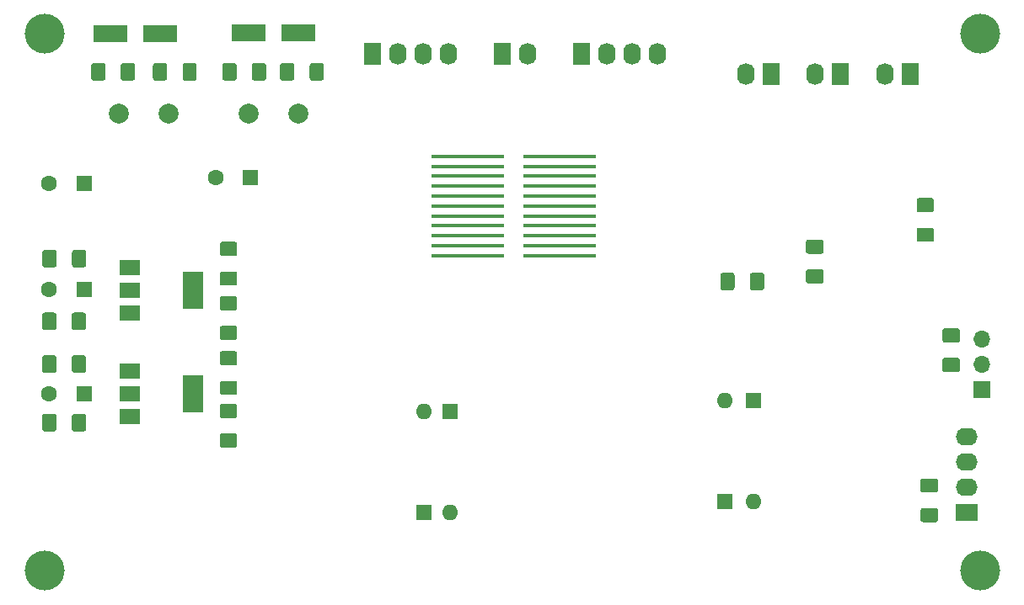
<source format=gbs>
G04 #@! TF.GenerationSoftware,KiCad,Pcbnew,(5.0.0-3-g5ebb6b6)*
G04 #@! TF.CreationDate,2019-01-22T16:43:08+01:00*
G04 #@! TF.ProjectId,Motor_Card,4D6F746F725F436172642E6B69636164,rev?*
G04 #@! TF.SameCoordinates,Original*
G04 #@! TF.FileFunction,Soldermask,Bot*
G04 #@! TF.FilePolarity,Negative*
%FSLAX46Y46*%
G04 Gerber Fmt 4.6, Leading zero omitted, Abs format (unit mm)*
G04 Created by KiCad (PCBNEW (5.0.0-3-g5ebb6b6)) date Tuesday 22 January 2019 à 16:43:08*
%MOMM*%
%LPD*%
G01*
G04 APERTURE LIST*
%ADD10R,2.200000X1.740000*%
%ADD11O,2.200000X1.740000*%
%ADD12C,0.100000*%
%ADD13C,1.425000*%
%ADD14R,3.500000X1.800000*%
%ADD15C,2.000000*%
%ADD16C,1.600000*%
%ADD17R,1.600000X1.600000*%
%ADD18O,1.600000X1.600000*%
%ADD19R,1.740000X2.200000*%
%ADD20O,1.740000X2.200000*%
%ADD21R,1.700000X1.700000*%
%ADD22O,1.700000X1.700000*%
%ADD23R,7.400000X0.450000*%
%ADD24C,4.000000*%
%ADD25R,2.000000X1.500000*%
%ADD26R,2.000000X3.800000*%
G04 APERTURE END LIST*
D10*
G04 #@! TO.C,J2*
X165700000Y-111100000D03*
D11*
X165700000Y-108560000D03*
X165700000Y-106020000D03*
X165700000Y-103480000D03*
G04 #@! TD*
D12*
G04 #@! TO.C,R11*
G36*
X92149504Y-100213704D02*
X92173773Y-100217304D01*
X92197571Y-100223265D01*
X92220671Y-100231530D01*
X92242849Y-100242020D01*
X92263893Y-100254633D01*
X92283598Y-100269247D01*
X92301777Y-100285723D01*
X92318253Y-100303902D01*
X92332867Y-100323607D01*
X92345480Y-100344651D01*
X92355970Y-100366829D01*
X92364235Y-100389929D01*
X92370196Y-100413727D01*
X92373796Y-100437996D01*
X92375000Y-100462500D01*
X92375000Y-101387500D01*
X92373796Y-101412004D01*
X92370196Y-101436273D01*
X92364235Y-101460071D01*
X92355970Y-101483171D01*
X92345480Y-101505349D01*
X92332867Y-101526393D01*
X92318253Y-101546098D01*
X92301777Y-101564277D01*
X92283598Y-101580753D01*
X92263893Y-101595367D01*
X92242849Y-101607980D01*
X92220671Y-101618470D01*
X92197571Y-101626735D01*
X92173773Y-101632696D01*
X92149504Y-101636296D01*
X92125000Y-101637500D01*
X90875000Y-101637500D01*
X90850496Y-101636296D01*
X90826227Y-101632696D01*
X90802429Y-101626735D01*
X90779329Y-101618470D01*
X90757151Y-101607980D01*
X90736107Y-101595367D01*
X90716402Y-101580753D01*
X90698223Y-101564277D01*
X90681747Y-101546098D01*
X90667133Y-101526393D01*
X90654520Y-101505349D01*
X90644030Y-101483171D01*
X90635765Y-101460071D01*
X90629804Y-101436273D01*
X90626204Y-101412004D01*
X90625000Y-101387500D01*
X90625000Y-100462500D01*
X90626204Y-100437996D01*
X90629804Y-100413727D01*
X90635765Y-100389929D01*
X90644030Y-100366829D01*
X90654520Y-100344651D01*
X90667133Y-100323607D01*
X90681747Y-100303902D01*
X90698223Y-100285723D01*
X90716402Y-100269247D01*
X90736107Y-100254633D01*
X90757151Y-100242020D01*
X90779329Y-100231530D01*
X90802429Y-100223265D01*
X90826227Y-100217304D01*
X90850496Y-100213704D01*
X90875000Y-100212500D01*
X92125000Y-100212500D01*
X92149504Y-100213704D01*
X92149504Y-100213704D01*
G37*
D13*
X91500000Y-100925000D03*
D12*
G36*
X92149504Y-103188704D02*
X92173773Y-103192304D01*
X92197571Y-103198265D01*
X92220671Y-103206530D01*
X92242849Y-103217020D01*
X92263893Y-103229633D01*
X92283598Y-103244247D01*
X92301777Y-103260723D01*
X92318253Y-103278902D01*
X92332867Y-103298607D01*
X92345480Y-103319651D01*
X92355970Y-103341829D01*
X92364235Y-103364929D01*
X92370196Y-103388727D01*
X92373796Y-103412996D01*
X92375000Y-103437500D01*
X92375000Y-104362500D01*
X92373796Y-104387004D01*
X92370196Y-104411273D01*
X92364235Y-104435071D01*
X92355970Y-104458171D01*
X92345480Y-104480349D01*
X92332867Y-104501393D01*
X92318253Y-104521098D01*
X92301777Y-104539277D01*
X92283598Y-104555753D01*
X92263893Y-104570367D01*
X92242849Y-104582980D01*
X92220671Y-104593470D01*
X92197571Y-104601735D01*
X92173773Y-104607696D01*
X92149504Y-104611296D01*
X92125000Y-104612500D01*
X90875000Y-104612500D01*
X90850496Y-104611296D01*
X90826227Y-104607696D01*
X90802429Y-104601735D01*
X90779329Y-104593470D01*
X90757151Y-104582980D01*
X90736107Y-104570367D01*
X90716402Y-104555753D01*
X90698223Y-104539277D01*
X90681747Y-104521098D01*
X90667133Y-104501393D01*
X90654520Y-104480349D01*
X90644030Y-104458171D01*
X90635765Y-104435071D01*
X90629804Y-104411273D01*
X90626204Y-104387004D01*
X90625000Y-104362500D01*
X90625000Y-103437500D01*
X90626204Y-103412996D01*
X90629804Y-103388727D01*
X90635765Y-103364929D01*
X90644030Y-103341829D01*
X90654520Y-103319651D01*
X90667133Y-103298607D01*
X90681747Y-103278902D01*
X90698223Y-103260723D01*
X90716402Y-103244247D01*
X90736107Y-103229633D01*
X90757151Y-103217020D01*
X90779329Y-103206530D01*
X90802429Y-103198265D01*
X90826227Y-103192304D01*
X90850496Y-103188704D01*
X90875000Y-103187500D01*
X92125000Y-103187500D01*
X92149504Y-103188704D01*
X92149504Y-103188704D01*
G37*
D13*
X91500000Y-103900000D03*
G04 #@! TD*
D14*
G04 #@! TO.C,D7*
X84600000Y-63000000D03*
X79600000Y-63000000D03*
G04 #@! TD*
D15*
G04 #@! TO.C,U11*
X93500000Y-71000000D03*
X98500000Y-71000000D03*
G04 #@! TD*
G04 #@! TO.C,U12*
X80500000Y-71000000D03*
X85500000Y-71000000D03*
G04 #@! TD*
D12*
G04 #@! TO.C,C2*
G36*
X162549504Y-110688704D02*
X162573773Y-110692304D01*
X162597571Y-110698265D01*
X162620671Y-110706530D01*
X162642849Y-110717020D01*
X162663893Y-110729633D01*
X162683598Y-110744247D01*
X162701777Y-110760723D01*
X162718253Y-110778902D01*
X162732867Y-110798607D01*
X162745480Y-110819651D01*
X162755970Y-110841829D01*
X162764235Y-110864929D01*
X162770196Y-110888727D01*
X162773796Y-110912996D01*
X162775000Y-110937500D01*
X162775000Y-111862500D01*
X162773796Y-111887004D01*
X162770196Y-111911273D01*
X162764235Y-111935071D01*
X162755970Y-111958171D01*
X162745480Y-111980349D01*
X162732867Y-112001393D01*
X162718253Y-112021098D01*
X162701777Y-112039277D01*
X162683598Y-112055753D01*
X162663893Y-112070367D01*
X162642849Y-112082980D01*
X162620671Y-112093470D01*
X162597571Y-112101735D01*
X162573773Y-112107696D01*
X162549504Y-112111296D01*
X162525000Y-112112500D01*
X161275000Y-112112500D01*
X161250496Y-112111296D01*
X161226227Y-112107696D01*
X161202429Y-112101735D01*
X161179329Y-112093470D01*
X161157151Y-112082980D01*
X161136107Y-112070367D01*
X161116402Y-112055753D01*
X161098223Y-112039277D01*
X161081747Y-112021098D01*
X161067133Y-112001393D01*
X161054520Y-111980349D01*
X161044030Y-111958171D01*
X161035765Y-111935071D01*
X161029804Y-111911273D01*
X161026204Y-111887004D01*
X161025000Y-111862500D01*
X161025000Y-110937500D01*
X161026204Y-110912996D01*
X161029804Y-110888727D01*
X161035765Y-110864929D01*
X161044030Y-110841829D01*
X161054520Y-110819651D01*
X161067133Y-110798607D01*
X161081747Y-110778902D01*
X161098223Y-110760723D01*
X161116402Y-110744247D01*
X161136107Y-110729633D01*
X161157151Y-110717020D01*
X161179329Y-110706530D01*
X161202429Y-110698265D01*
X161226227Y-110692304D01*
X161250496Y-110688704D01*
X161275000Y-110687500D01*
X162525000Y-110687500D01*
X162549504Y-110688704D01*
X162549504Y-110688704D01*
G37*
D13*
X161900000Y-111400000D03*
D12*
G36*
X162549504Y-107713704D02*
X162573773Y-107717304D01*
X162597571Y-107723265D01*
X162620671Y-107731530D01*
X162642849Y-107742020D01*
X162663893Y-107754633D01*
X162683598Y-107769247D01*
X162701777Y-107785723D01*
X162718253Y-107803902D01*
X162732867Y-107823607D01*
X162745480Y-107844651D01*
X162755970Y-107866829D01*
X162764235Y-107889929D01*
X162770196Y-107913727D01*
X162773796Y-107937996D01*
X162775000Y-107962500D01*
X162775000Y-108887500D01*
X162773796Y-108912004D01*
X162770196Y-108936273D01*
X162764235Y-108960071D01*
X162755970Y-108983171D01*
X162745480Y-109005349D01*
X162732867Y-109026393D01*
X162718253Y-109046098D01*
X162701777Y-109064277D01*
X162683598Y-109080753D01*
X162663893Y-109095367D01*
X162642849Y-109107980D01*
X162620671Y-109118470D01*
X162597571Y-109126735D01*
X162573773Y-109132696D01*
X162549504Y-109136296D01*
X162525000Y-109137500D01*
X161275000Y-109137500D01*
X161250496Y-109136296D01*
X161226227Y-109132696D01*
X161202429Y-109126735D01*
X161179329Y-109118470D01*
X161157151Y-109107980D01*
X161136107Y-109095367D01*
X161116402Y-109080753D01*
X161098223Y-109064277D01*
X161081747Y-109046098D01*
X161067133Y-109026393D01*
X161054520Y-109005349D01*
X161044030Y-108983171D01*
X161035765Y-108960071D01*
X161029804Y-108936273D01*
X161026204Y-108912004D01*
X161025000Y-108887500D01*
X161025000Y-107962500D01*
X161026204Y-107937996D01*
X161029804Y-107913727D01*
X161035765Y-107889929D01*
X161044030Y-107866829D01*
X161054520Y-107844651D01*
X161067133Y-107823607D01*
X161081747Y-107803902D01*
X161098223Y-107785723D01*
X161116402Y-107769247D01*
X161136107Y-107754633D01*
X161157151Y-107742020D01*
X161179329Y-107731530D01*
X161202429Y-107723265D01*
X161226227Y-107717304D01*
X161250496Y-107713704D01*
X161275000Y-107712500D01*
X162525000Y-107712500D01*
X162549504Y-107713704D01*
X162549504Y-107713704D01*
G37*
D13*
X161900000Y-108425000D03*
G04 #@! TD*
D16*
G04 #@! TO.C,C3*
X90200000Y-77400000D03*
D17*
X93700000Y-77400000D03*
G04 #@! TD*
G04 #@! TO.C,C4*
X77000000Y-78000000D03*
D16*
X73500000Y-78000000D03*
G04 #@! TD*
D12*
G04 #@! TO.C,C5*
G36*
X95062004Y-65926204D02*
X95086273Y-65929804D01*
X95110071Y-65935765D01*
X95133171Y-65944030D01*
X95155349Y-65954520D01*
X95176393Y-65967133D01*
X95196098Y-65981747D01*
X95214277Y-65998223D01*
X95230753Y-66016402D01*
X95245367Y-66036107D01*
X95257980Y-66057151D01*
X95268470Y-66079329D01*
X95276735Y-66102429D01*
X95282696Y-66126227D01*
X95286296Y-66150496D01*
X95287500Y-66175000D01*
X95287500Y-67425000D01*
X95286296Y-67449504D01*
X95282696Y-67473773D01*
X95276735Y-67497571D01*
X95268470Y-67520671D01*
X95257980Y-67542849D01*
X95245367Y-67563893D01*
X95230753Y-67583598D01*
X95214277Y-67601777D01*
X95196098Y-67618253D01*
X95176393Y-67632867D01*
X95155349Y-67645480D01*
X95133171Y-67655970D01*
X95110071Y-67664235D01*
X95086273Y-67670196D01*
X95062004Y-67673796D01*
X95037500Y-67675000D01*
X94112500Y-67675000D01*
X94087996Y-67673796D01*
X94063727Y-67670196D01*
X94039929Y-67664235D01*
X94016829Y-67655970D01*
X93994651Y-67645480D01*
X93973607Y-67632867D01*
X93953902Y-67618253D01*
X93935723Y-67601777D01*
X93919247Y-67583598D01*
X93904633Y-67563893D01*
X93892020Y-67542849D01*
X93881530Y-67520671D01*
X93873265Y-67497571D01*
X93867304Y-67473773D01*
X93863704Y-67449504D01*
X93862500Y-67425000D01*
X93862500Y-66175000D01*
X93863704Y-66150496D01*
X93867304Y-66126227D01*
X93873265Y-66102429D01*
X93881530Y-66079329D01*
X93892020Y-66057151D01*
X93904633Y-66036107D01*
X93919247Y-66016402D01*
X93935723Y-65998223D01*
X93953902Y-65981747D01*
X93973607Y-65967133D01*
X93994651Y-65954520D01*
X94016829Y-65944030D01*
X94039929Y-65935765D01*
X94063727Y-65929804D01*
X94087996Y-65926204D01*
X94112500Y-65925000D01*
X95037500Y-65925000D01*
X95062004Y-65926204D01*
X95062004Y-65926204D01*
G37*
D13*
X94575000Y-66800000D03*
D12*
G36*
X92087004Y-65926204D02*
X92111273Y-65929804D01*
X92135071Y-65935765D01*
X92158171Y-65944030D01*
X92180349Y-65954520D01*
X92201393Y-65967133D01*
X92221098Y-65981747D01*
X92239277Y-65998223D01*
X92255753Y-66016402D01*
X92270367Y-66036107D01*
X92282980Y-66057151D01*
X92293470Y-66079329D01*
X92301735Y-66102429D01*
X92307696Y-66126227D01*
X92311296Y-66150496D01*
X92312500Y-66175000D01*
X92312500Y-67425000D01*
X92311296Y-67449504D01*
X92307696Y-67473773D01*
X92301735Y-67497571D01*
X92293470Y-67520671D01*
X92282980Y-67542849D01*
X92270367Y-67563893D01*
X92255753Y-67583598D01*
X92239277Y-67601777D01*
X92221098Y-67618253D01*
X92201393Y-67632867D01*
X92180349Y-67645480D01*
X92158171Y-67655970D01*
X92135071Y-67664235D01*
X92111273Y-67670196D01*
X92087004Y-67673796D01*
X92062500Y-67675000D01*
X91137500Y-67675000D01*
X91112996Y-67673796D01*
X91088727Y-67670196D01*
X91064929Y-67664235D01*
X91041829Y-67655970D01*
X91019651Y-67645480D01*
X90998607Y-67632867D01*
X90978902Y-67618253D01*
X90960723Y-67601777D01*
X90944247Y-67583598D01*
X90929633Y-67563893D01*
X90917020Y-67542849D01*
X90906530Y-67520671D01*
X90898265Y-67497571D01*
X90892304Y-67473773D01*
X90888704Y-67449504D01*
X90887500Y-67425000D01*
X90887500Y-66175000D01*
X90888704Y-66150496D01*
X90892304Y-66126227D01*
X90898265Y-66102429D01*
X90906530Y-66079329D01*
X90917020Y-66057151D01*
X90929633Y-66036107D01*
X90944247Y-66016402D01*
X90960723Y-65998223D01*
X90978902Y-65981747D01*
X90998607Y-65967133D01*
X91019651Y-65954520D01*
X91041829Y-65944030D01*
X91064929Y-65935765D01*
X91088727Y-65929804D01*
X91112996Y-65926204D01*
X91137500Y-65925000D01*
X92062500Y-65925000D01*
X92087004Y-65926204D01*
X92087004Y-65926204D01*
G37*
D13*
X91600000Y-66800000D03*
G04 #@! TD*
D12*
G04 #@! TO.C,C6*
G36*
X78912004Y-65926204D02*
X78936273Y-65929804D01*
X78960071Y-65935765D01*
X78983171Y-65944030D01*
X79005349Y-65954520D01*
X79026393Y-65967133D01*
X79046098Y-65981747D01*
X79064277Y-65998223D01*
X79080753Y-66016402D01*
X79095367Y-66036107D01*
X79107980Y-66057151D01*
X79118470Y-66079329D01*
X79126735Y-66102429D01*
X79132696Y-66126227D01*
X79136296Y-66150496D01*
X79137500Y-66175000D01*
X79137500Y-67425000D01*
X79136296Y-67449504D01*
X79132696Y-67473773D01*
X79126735Y-67497571D01*
X79118470Y-67520671D01*
X79107980Y-67542849D01*
X79095367Y-67563893D01*
X79080753Y-67583598D01*
X79064277Y-67601777D01*
X79046098Y-67618253D01*
X79026393Y-67632867D01*
X79005349Y-67645480D01*
X78983171Y-67655970D01*
X78960071Y-67664235D01*
X78936273Y-67670196D01*
X78912004Y-67673796D01*
X78887500Y-67675000D01*
X77962500Y-67675000D01*
X77937996Y-67673796D01*
X77913727Y-67670196D01*
X77889929Y-67664235D01*
X77866829Y-67655970D01*
X77844651Y-67645480D01*
X77823607Y-67632867D01*
X77803902Y-67618253D01*
X77785723Y-67601777D01*
X77769247Y-67583598D01*
X77754633Y-67563893D01*
X77742020Y-67542849D01*
X77731530Y-67520671D01*
X77723265Y-67497571D01*
X77717304Y-67473773D01*
X77713704Y-67449504D01*
X77712500Y-67425000D01*
X77712500Y-66175000D01*
X77713704Y-66150496D01*
X77717304Y-66126227D01*
X77723265Y-66102429D01*
X77731530Y-66079329D01*
X77742020Y-66057151D01*
X77754633Y-66036107D01*
X77769247Y-66016402D01*
X77785723Y-65998223D01*
X77803902Y-65981747D01*
X77823607Y-65967133D01*
X77844651Y-65954520D01*
X77866829Y-65944030D01*
X77889929Y-65935765D01*
X77913727Y-65929804D01*
X77937996Y-65926204D01*
X77962500Y-65925000D01*
X78887500Y-65925000D01*
X78912004Y-65926204D01*
X78912004Y-65926204D01*
G37*
D13*
X78425000Y-66800000D03*
D12*
G36*
X81887004Y-65926204D02*
X81911273Y-65929804D01*
X81935071Y-65935765D01*
X81958171Y-65944030D01*
X81980349Y-65954520D01*
X82001393Y-65967133D01*
X82021098Y-65981747D01*
X82039277Y-65998223D01*
X82055753Y-66016402D01*
X82070367Y-66036107D01*
X82082980Y-66057151D01*
X82093470Y-66079329D01*
X82101735Y-66102429D01*
X82107696Y-66126227D01*
X82111296Y-66150496D01*
X82112500Y-66175000D01*
X82112500Y-67425000D01*
X82111296Y-67449504D01*
X82107696Y-67473773D01*
X82101735Y-67497571D01*
X82093470Y-67520671D01*
X82082980Y-67542849D01*
X82070367Y-67563893D01*
X82055753Y-67583598D01*
X82039277Y-67601777D01*
X82021098Y-67618253D01*
X82001393Y-67632867D01*
X81980349Y-67645480D01*
X81958171Y-67655970D01*
X81935071Y-67664235D01*
X81911273Y-67670196D01*
X81887004Y-67673796D01*
X81862500Y-67675000D01*
X80937500Y-67675000D01*
X80912996Y-67673796D01*
X80888727Y-67670196D01*
X80864929Y-67664235D01*
X80841829Y-67655970D01*
X80819651Y-67645480D01*
X80798607Y-67632867D01*
X80778902Y-67618253D01*
X80760723Y-67601777D01*
X80744247Y-67583598D01*
X80729633Y-67563893D01*
X80717020Y-67542849D01*
X80706530Y-67520671D01*
X80698265Y-67497571D01*
X80692304Y-67473773D01*
X80688704Y-67449504D01*
X80687500Y-67425000D01*
X80687500Y-66175000D01*
X80688704Y-66150496D01*
X80692304Y-66126227D01*
X80698265Y-66102429D01*
X80706530Y-66079329D01*
X80717020Y-66057151D01*
X80729633Y-66036107D01*
X80744247Y-66016402D01*
X80760723Y-65998223D01*
X80778902Y-65981747D01*
X80798607Y-65967133D01*
X80819651Y-65954520D01*
X80841829Y-65944030D01*
X80864929Y-65935765D01*
X80888727Y-65929804D01*
X80912996Y-65926204D01*
X80937500Y-65925000D01*
X81862500Y-65925000D01*
X81887004Y-65926204D01*
X81887004Y-65926204D01*
G37*
D13*
X81400000Y-66800000D03*
G04 #@! TD*
D16*
G04 #@! TO.C,C7*
X73500000Y-88700000D03*
D17*
X77000000Y-88700000D03*
G04 #@! TD*
G04 #@! TO.C,C8*
X77000000Y-99200000D03*
D16*
X73500000Y-99200000D03*
G04 #@! TD*
D12*
G04 #@! TO.C,C10*
G36*
X151049504Y-83688704D02*
X151073773Y-83692304D01*
X151097571Y-83698265D01*
X151120671Y-83706530D01*
X151142849Y-83717020D01*
X151163893Y-83729633D01*
X151183598Y-83744247D01*
X151201777Y-83760723D01*
X151218253Y-83778902D01*
X151232867Y-83798607D01*
X151245480Y-83819651D01*
X151255970Y-83841829D01*
X151264235Y-83864929D01*
X151270196Y-83888727D01*
X151273796Y-83912996D01*
X151275000Y-83937500D01*
X151275000Y-84862500D01*
X151273796Y-84887004D01*
X151270196Y-84911273D01*
X151264235Y-84935071D01*
X151255970Y-84958171D01*
X151245480Y-84980349D01*
X151232867Y-85001393D01*
X151218253Y-85021098D01*
X151201777Y-85039277D01*
X151183598Y-85055753D01*
X151163893Y-85070367D01*
X151142849Y-85082980D01*
X151120671Y-85093470D01*
X151097571Y-85101735D01*
X151073773Y-85107696D01*
X151049504Y-85111296D01*
X151025000Y-85112500D01*
X149775000Y-85112500D01*
X149750496Y-85111296D01*
X149726227Y-85107696D01*
X149702429Y-85101735D01*
X149679329Y-85093470D01*
X149657151Y-85082980D01*
X149636107Y-85070367D01*
X149616402Y-85055753D01*
X149598223Y-85039277D01*
X149581747Y-85021098D01*
X149567133Y-85001393D01*
X149554520Y-84980349D01*
X149544030Y-84958171D01*
X149535765Y-84935071D01*
X149529804Y-84911273D01*
X149526204Y-84887004D01*
X149525000Y-84862500D01*
X149525000Y-83937500D01*
X149526204Y-83912996D01*
X149529804Y-83888727D01*
X149535765Y-83864929D01*
X149544030Y-83841829D01*
X149554520Y-83819651D01*
X149567133Y-83798607D01*
X149581747Y-83778902D01*
X149598223Y-83760723D01*
X149616402Y-83744247D01*
X149636107Y-83729633D01*
X149657151Y-83717020D01*
X149679329Y-83706530D01*
X149702429Y-83698265D01*
X149726227Y-83692304D01*
X149750496Y-83688704D01*
X149775000Y-83687500D01*
X151025000Y-83687500D01*
X151049504Y-83688704D01*
X151049504Y-83688704D01*
G37*
D13*
X150400000Y-84400000D03*
D12*
G36*
X151049504Y-86663704D02*
X151073773Y-86667304D01*
X151097571Y-86673265D01*
X151120671Y-86681530D01*
X151142849Y-86692020D01*
X151163893Y-86704633D01*
X151183598Y-86719247D01*
X151201777Y-86735723D01*
X151218253Y-86753902D01*
X151232867Y-86773607D01*
X151245480Y-86794651D01*
X151255970Y-86816829D01*
X151264235Y-86839929D01*
X151270196Y-86863727D01*
X151273796Y-86887996D01*
X151275000Y-86912500D01*
X151275000Y-87837500D01*
X151273796Y-87862004D01*
X151270196Y-87886273D01*
X151264235Y-87910071D01*
X151255970Y-87933171D01*
X151245480Y-87955349D01*
X151232867Y-87976393D01*
X151218253Y-87996098D01*
X151201777Y-88014277D01*
X151183598Y-88030753D01*
X151163893Y-88045367D01*
X151142849Y-88057980D01*
X151120671Y-88068470D01*
X151097571Y-88076735D01*
X151073773Y-88082696D01*
X151049504Y-88086296D01*
X151025000Y-88087500D01*
X149775000Y-88087500D01*
X149750496Y-88086296D01*
X149726227Y-88082696D01*
X149702429Y-88076735D01*
X149679329Y-88068470D01*
X149657151Y-88057980D01*
X149636107Y-88045367D01*
X149616402Y-88030753D01*
X149598223Y-88014277D01*
X149581747Y-87996098D01*
X149567133Y-87976393D01*
X149554520Y-87955349D01*
X149544030Y-87933171D01*
X149535765Y-87910071D01*
X149529804Y-87886273D01*
X149526204Y-87862004D01*
X149525000Y-87837500D01*
X149525000Y-86912500D01*
X149526204Y-86887996D01*
X149529804Y-86863727D01*
X149535765Y-86839929D01*
X149544030Y-86816829D01*
X149554520Y-86794651D01*
X149567133Y-86773607D01*
X149581747Y-86753902D01*
X149598223Y-86735723D01*
X149616402Y-86719247D01*
X149636107Y-86704633D01*
X149657151Y-86692020D01*
X149679329Y-86681530D01*
X149702429Y-86673265D01*
X149726227Y-86667304D01*
X149750496Y-86663704D01*
X149775000Y-86662500D01*
X151025000Y-86662500D01*
X151049504Y-86663704D01*
X151049504Y-86663704D01*
G37*
D13*
X150400000Y-87375000D03*
G04 #@! TD*
D12*
G04 #@! TO.C,C11*
G36*
X162149504Y-79513704D02*
X162173773Y-79517304D01*
X162197571Y-79523265D01*
X162220671Y-79531530D01*
X162242849Y-79542020D01*
X162263893Y-79554633D01*
X162283598Y-79569247D01*
X162301777Y-79585723D01*
X162318253Y-79603902D01*
X162332867Y-79623607D01*
X162345480Y-79644651D01*
X162355970Y-79666829D01*
X162364235Y-79689929D01*
X162370196Y-79713727D01*
X162373796Y-79737996D01*
X162375000Y-79762500D01*
X162375000Y-80687500D01*
X162373796Y-80712004D01*
X162370196Y-80736273D01*
X162364235Y-80760071D01*
X162355970Y-80783171D01*
X162345480Y-80805349D01*
X162332867Y-80826393D01*
X162318253Y-80846098D01*
X162301777Y-80864277D01*
X162283598Y-80880753D01*
X162263893Y-80895367D01*
X162242849Y-80907980D01*
X162220671Y-80918470D01*
X162197571Y-80926735D01*
X162173773Y-80932696D01*
X162149504Y-80936296D01*
X162125000Y-80937500D01*
X160875000Y-80937500D01*
X160850496Y-80936296D01*
X160826227Y-80932696D01*
X160802429Y-80926735D01*
X160779329Y-80918470D01*
X160757151Y-80907980D01*
X160736107Y-80895367D01*
X160716402Y-80880753D01*
X160698223Y-80864277D01*
X160681747Y-80846098D01*
X160667133Y-80826393D01*
X160654520Y-80805349D01*
X160644030Y-80783171D01*
X160635765Y-80760071D01*
X160629804Y-80736273D01*
X160626204Y-80712004D01*
X160625000Y-80687500D01*
X160625000Y-79762500D01*
X160626204Y-79737996D01*
X160629804Y-79713727D01*
X160635765Y-79689929D01*
X160644030Y-79666829D01*
X160654520Y-79644651D01*
X160667133Y-79623607D01*
X160681747Y-79603902D01*
X160698223Y-79585723D01*
X160716402Y-79569247D01*
X160736107Y-79554633D01*
X160757151Y-79542020D01*
X160779329Y-79531530D01*
X160802429Y-79523265D01*
X160826227Y-79517304D01*
X160850496Y-79513704D01*
X160875000Y-79512500D01*
X162125000Y-79512500D01*
X162149504Y-79513704D01*
X162149504Y-79513704D01*
G37*
D13*
X161500000Y-80225000D03*
D12*
G36*
X162149504Y-82488704D02*
X162173773Y-82492304D01*
X162197571Y-82498265D01*
X162220671Y-82506530D01*
X162242849Y-82517020D01*
X162263893Y-82529633D01*
X162283598Y-82544247D01*
X162301777Y-82560723D01*
X162318253Y-82578902D01*
X162332867Y-82598607D01*
X162345480Y-82619651D01*
X162355970Y-82641829D01*
X162364235Y-82664929D01*
X162370196Y-82688727D01*
X162373796Y-82712996D01*
X162375000Y-82737500D01*
X162375000Y-83662500D01*
X162373796Y-83687004D01*
X162370196Y-83711273D01*
X162364235Y-83735071D01*
X162355970Y-83758171D01*
X162345480Y-83780349D01*
X162332867Y-83801393D01*
X162318253Y-83821098D01*
X162301777Y-83839277D01*
X162283598Y-83855753D01*
X162263893Y-83870367D01*
X162242849Y-83882980D01*
X162220671Y-83893470D01*
X162197571Y-83901735D01*
X162173773Y-83907696D01*
X162149504Y-83911296D01*
X162125000Y-83912500D01*
X160875000Y-83912500D01*
X160850496Y-83911296D01*
X160826227Y-83907696D01*
X160802429Y-83901735D01*
X160779329Y-83893470D01*
X160757151Y-83882980D01*
X160736107Y-83870367D01*
X160716402Y-83855753D01*
X160698223Y-83839277D01*
X160681747Y-83821098D01*
X160667133Y-83801393D01*
X160654520Y-83780349D01*
X160644030Y-83758171D01*
X160635765Y-83735071D01*
X160629804Y-83711273D01*
X160626204Y-83687004D01*
X160625000Y-83662500D01*
X160625000Y-82737500D01*
X160626204Y-82712996D01*
X160629804Y-82688727D01*
X160635765Y-82664929D01*
X160644030Y-82641829D01*
X160654520Y-82619651D01*
X160667133Y-82598607D01*
X160681747Y-82578902D01*
X160698223Y-82560723D01*
X160716402Y-82544247D01*
X160736107Y-82529633D01*
X160757151Y-82517020D01*
X160779329Y-82506530D01*
X160802429Y-82498265D01*
X160826227Y-82492304D01*
X160850496Y-82488704D01*
X160875000Y-82487500D01*
X162125000Y-82487500D01*
X162149504Y-82488704D01*
X162149504Y-82488704D01*
G37*
D13*
X161500000Y-83200000D03*
G04 #@! TD*
D12*
G04 #@! TO.C,Cin_1*
G36*
X74012004Y-84726204D02*
X74036273Y-84729804D01*
X74060071Y-84735765D01*
X74083171Y-84744030D01*
X74105349Y-84754520D01*
X74126393Y-84767133D01*
X74146098Y-84781747D01*
X74164277Y-84798223D01*
X74180753Y-84816402D01*
X74195367Y-84836107D01*
X74207980Y-84857151D01*
X74218470Y-84879329D01*
X74226735Y-84902429D01*
X74232696Y-84926227D01*
X74236296Y-84950496D01*
X74237500Y-84975000D01*
X74237500Y-86225000D01*
X74236296Y-86249504D01*
X74232696Y-86273773D01*
X74226735Y-86297571D01*
X74218470Y-86320671D01*
X74207980Y-86342849D01*
X74195367Y-86363893D01*
X74180753Y-86383598D01*
X74164277Y-86401777D01*
X74146098Y-86418253D01*
X74126393Y-86432867D01*
X74105349Y-86445480D01*
X74083171Y-86455970D01*
X74060071Y-86464235D01*
X74036273Y-86470196D01*
X74012004Y-86473796D01*
X73987500Y-86475000D01*
X73062500Y-86475000D01*
X73037996Y-86473796D01*
X73013727Y-86470196D01*
X72989929Y-86464235D01*
X72966829Y-86455970D01*
X72944651Y-86445480D01*
X72923607Y-86432867D01*
X72903902Y-86418253D01*
X72885723Y-86401777D01*
X72869247Y-86383598D01*
X72854633Y-86363893D01*
X72842020Y-86342849D01*
X72831530Y-86320671D01*
X72823265Y-86297571D01*
X72817304Y-86273773D01*
X72813704Y-86249504D01*
X72812500Y-86225000D01*
X72812500Y-84975000D01*
X72813704Y-84950496D01*
X72817304Y-84926227D01*
X72823265Y-84902429D01*
X72831530Y-84879329D01*
X72842020Y-84857151D01*
X72854633Y-84836107D01*
X72869247Y-84816402D01*
X72885723Y-84798223D01*
X72903902Y-84781747D01*
X72923607Y-84767133D01*
X72944651Y-84754520D01*
X72966829Y-84744030D01*
X72989929Y-84735765D01*
X73013727Y-84729804D01*
X73037996Y-84726204D01*
X73062500Y-84725000D01*
X73987500Y-84725000D01*
X74012004Y-84726204D01*
X74012004Y-84726204D01*
G37*
D13*
X73525000Y-85600000D03*
D12*
G36*
X76987004Y-84726204D02*
X77011273Y-84729804D01*
X77035071Y-84735765D01*
X77058171Y-84744030D01*
X77080349Y-84754520D01*
X77101393Y-84767133D01*
X77121098Y-84781747D01*
X77139277Y-84798223D01*
X77155753Y-84816402D01*
X77170367Y-84836107D01*
X77182980Y-84857151D01*
X77193470Y-84879329D01*
X77201735Y-84902429D01*
X77207696Y-84926227D01*
X77211296Y-84950496D01*
X77212500Y-84975000D01*
X77212500Y-86225000D01*
X77211296Y-86249504D01*
X77207696Y-86273773D01*
X77201735Y-86297571D01*
X77193470Y-86320671D01*
X77182980Y-86342849D01*
X77170367Y-86363893D01*
X77155753Y-86383598D01*
X77139277Y-86401777D01*
X77121098Y-86418253D01*
X77101393Y-86432867D01*
X77080349Y-86445480D01*
X77058171Y-86455970D01*
X77035071Y-86464235D01*
X77011273Y-86470196D01*
X76987004Y-86473796D01*
X76962500Y-86475000D01*
X76037500Y-86475000D01*
X76012996Y-86473796D01*
X75988727Y-86470196D01*
X75964929Y-86464235D01*
X75941829Y-86455970D01*
X75919651Y-86445480D01*
X75898607Y-86432867D01*
X75878902Y-86418253D01*
X75860723Y-86401777D01*
X75844247Y-86383598D01*
X75829633Y-86363893D01*
X75817020Y-86342849D01*
X75806530Y-86320671D01*
X75798265Y-86297571D01*
X75792304Y-86273773D01*
X75788704Y-86249504D01*
X75787500Y-86225000D01*
X75787500Y-84975000D01*
X75788704Y-84950496D01*
X75792304Y-84926227D01*
X75798265Y-84902429D01*
X75806530Y-84879329D01*
X75817020Y-84857151D01*
X75829633Y-84836107D01*
X75844247Y-84816402D01*
X75860723Y-84798223D01*
X75878902Y-84781747D01*
X75898607Y-84767133D01*
X75919651Y-84754520D01*
X75941829Y-84744030D01*
X75964929Y-84735765D01*
X75988727Y-84729804D01*
X76012996Y-84726204D01*
X76037500Y-84725000D01*
X76962500Y-84725000D01*
X76987004Y-84726204D01*
X76987004Y-84726204D01*
G37*
D13*
X76500000Y-85600000D03*
G04 #@! TD*
D12*
G04 #@! TO.C,Cin_2*
G36*
X76962004Y-95326204D02*
X76986273Y-95329804D01*
X77010071Y-95335765D01*
X77033171Y-95344030D01*
X77055349Y-95354520D01*
X77076393Y-95367133D01*
X77096098Y-95381747D01*
X77114277Y-95398223D01*
X77130753Y-95416402D01*
X77145367Y-95436107D01*
X77157980Y-95457151D01*
X77168470Y-95479329D01*
X77176735Y-95502429D01*
X77182696Y-95526227D01*
X77186296Y-95550496D01*
X77187500Y-95575000D01*
X77187500Y-96825000D01*
X77186296Y-96849504D01*
X77182696Y-96873773D01*
X77176735Y-96897571D01*
X77168470Y-96920671D01*
X77157980Y-96942849D01*
X77145367Y-96963893D01*
X77130753Y-96983598D01*
X77114277Y-97001777D01*
X77096098Y-97018253D01*
X77076393Y-97032867D01*
X77055349Y-97045480D01*
X77033171Y-97055970D01*
X77010071Y-97064235D01*
X76986273Y-97070196D01*
X76962004Y-97073796D01*
X76937500Y-97075000D01*
X76012500Y-97075000D01*
X75987996Y-97073796D01*
X75963727Y-97070196D01*
X75939929Y-97064235D01*
X75916829Y-97055970D01*
X75894651Y-97045480D01*
X75873607Y-97032867D01*
X75853902Y-97018253D01*
X75835723Y-97001777D01*
X75819247Y-96983598D01*
X75804633Y-96963893D01*
X75792020Y-96942849D01*
X75781530Y-96920671D01*
X75773265Y-96897571D01*
X75767304Y-96873773D01*
X75763704Y-96849504D01*
X75762500Y-96825000D01*
X75762500Y-95575000D01*
X75763704Y-95550496D01*
X75767304Y-95526227D01*
X75773265Y-95502429D01*
X75781530Y-95479329D01*
X75792020Y-95457151D01*
X75804633Y-95436107D01*
X75819247Y-95416402D01*
X75835723Y-95398223D01*
X75853902Y-95381747D01*
X75873607Y-95367133D01*
X75894651Y-95354520D01*
X75916829Y-95344030D01*
X75939929Y-95335765D01*
X75963727Y-95329804D01*
X75987996Y-95326204D01*
X76012500Y-95325000D01*
X76937500Y-95325000D01*
X76962004Y-95326204D01*
X76962004Y-95326204D01*
G37*
D13*
X76475000Y-96200000D03*
D12*
G36*
X73987004Y-95326204D02*
X74011273Y-95329804D01*
X74035071Y-95335765D01*
X74058171Y-95344030D01*
X74080349Y-95354520D01*
X74101393Y-95367133D01*
X74121098Y-95381747D01*
X74139277Y-95398223D01*
X74155753Y-95416402D01*
X74170367Y-95436107D01*
X74182980Y-95457151D01*
X74193470Y-95479329D01*
X74201735Y-95502429D01*
X74207696Y-95526227D01*
X74211296Y-95550496D01*
X74212500Y-95575000D01*
X74212500Y-96825000D01*
X74211296Y-96849504D01*
X74207696Y-96873773D01*
X74201735Y-96897571D01*
X74193470Y-96920671D01*
X74182980Y-96942849D01*
X74170367Y-96963893D01*
X74155753Y-96983598D01*
X74139277Y-97001777D01*
X74121098Y-97018253D01*
X74101393Y-97032867D01*
X74080349Y-97045480D01*
X74058171Y-97055970D01*
X74035071Y-97064235D01*
X74011273Y-97070196D01*
X73987004Y-97073796D01*
X73962500Y-97075000D01*
X73037500Y-97075000D01*
X73012996Y-97073796D01*
X72988727Y-97070196D01*
X72964929Y-97064235D01*
X72941829Y-97055970D01*
X72919651Y-97045480D01*
X72898607Y-97032867D01*
X72878902Y-97018253D01*
X72860723Y-97001777D01*
X72844247Y-96983598D01*
X72829633Y-96963893D01*
X72817020Y-96942849D01*
X72806530Y-96920671D01*
X72798265Y-96897571D01*
X72792304Y-96873773D01*
X72788704Y-96849504D01*
X72787500Y-96825000D01*
X72787500Y-95575000D01*
X72788704Y-95550496D01*
X72792304Y-95526227D01*
X72798265Y-95502429D01*
X72806530Y-95479329D01*
X72817020Y-95457151D01*
X72829633Y-95436107D01*
X72844247Y-95416402D01*
X72860723Y-95398223D01*
X72878902Y-95381747D01*
X72898607Y-95367133D01*
X72919651Y-95354520D01*
X72941829Y-95344030D01*
X72964929Y-95335765D01*
X72988727Y-95329804D01*
X73012996Y-95326204D01*
X73037500Y-95325000D01*
X73962500Y-95325000D01*
X73987004Y-95326204D01*
X73987004Y-95326204D01*
G37*
D13*
X73500000Y-96200000D03*
G04 #@! TD*
D17*
G04 #@! TO.C,D1*
X111100000Y-111160000D03*
D18*
X111100000Y-101000000D03*
G04 #@! TD*
G04 #@! TO.C,D2*
X113800000Y-111160000D03*
D17*
X113800000Y-101000000D03*
G04 #@! TD*
D18*
G04 #@! TO.C,D3*
X141400000Y-99900000D03*
D17*
X141400000Y-110060000D03*
G04 #@! TD*
G04 #@! TO.C,D4*
X144200000Y-99900000D03*
D18*
X144200000Y-110060000D03*
G04 #@! TD*
D14*
G04 #@! TO.C,D6*
X93500000Y-62900000D03*
X98500000Y-62900000D03*
G04 #@! TD*
D19*
G04 #@! TO.C,J1*
X146000000Y-67000000D03*
D20*
X143460000Y-67000000D03*
G04 #@! TD*
D21*
G04 #@! TO.C,JP1*
X167200000Y-98800000D03*
D22*
X167200000Y-96260000D03*
X167200000Y-93720000D03*
G04 #@! TD*
D23*
G04 #@! TO.C,K1*
X115500000Y-76300000D03*
X115500000Y-78300000D03*
X115500000Y-80300000D03*
X115500000Y-82300000D03*
X115500000Y-84300000D03*
X115500000Y-85300000D03*
X115500000Y-83300000D03*
X115500000Y-81300000D03*
X115500000Y-79300000D03*
X115500000Y-77300000D03*
X115500000Y-75300000D03*
G04 #@! TD*
G04 #@! TO.C,K2*
X124800000Y-85300000D03*
X124800000Y-83300000D03*
X124800000Y-81300000D03*
X124800000Y-79300000D03*
X124800000Y-77300000D03*
X124800000Y-75300000D03*
X124800000Y-76300000D03*
X124800000Y-78300000D03*
X124800000Y-80300000D03*
X124800000Y-82300000D03*
X124800000Y-84300000D03*
G04 #@! TD*
D19*
G04 #@! TO.C,P1*
X153000000Y-67000000D03*
D20*
X150460000Y-67000000D03*
G04 #@! TD*
G04 #@! TO.C,P2*
X157460000Y-67000000D03*
D19*
X160000000Y-67000000D03*
G04 #@! TD*
D20*
G04 #@! TO.C,P3*
X134620000Y-65000000D03*
X132080000Y-65000000D03*
X129540000Y-65000000D03*
D19*
X127000000Y-65000000D03*
G04 #@! TD*
G04 #@! TO.C,P4*
X106000000Y-65000000D03*
D20*
X108540000Y-65000000D03*
X111080000Y-65000000D03*
X113620000Y-65000000D03*
G04 #@! TD*
D12*
G04 #@! TO.C,R1*
G36*
X145087004Y-87026204D02*
X145111273Y-87029804D01*
X145135071Y-87035765D01*
X145158171Y-87044030D01*
X145180349Y-87054520D01*
X145201393Y-87067133D01*
X145221098Y-87081747D01*
X145239277Y-87098223D01*
X145255753Y-87116402D01*
X145270367Y-87136107D01*
X145282980Y-87157151D01*
X145293470Y-87179329D01*
X145301735Y-87202429D01*
X145307696Y-87226227D01*
X145311296Y-87250496D01*
X145312500Y-87275000D01*
X145312500Y-88525000D01*
X145311296Y-88549504D01*
X145307696Y-88573773D01*
X145301735Y-88597571D01*
X145293470Y-88620671D01*
X145282980Y-88642849D01*
X145270367Y-88663893D01*
X145255753Y-88683598D01*
X145239277Y-88701777D01*
X145221098Y-88718253D01*
X145201393Y-88732867D01*
X145180349Y-88745480D01*
X145158171Y-88755970D01*
X145135071Y-88764235D01*
X145111273Y-88770196D01*
X145087004Y-88773796D01*
X145062500Y-88775000D01*
X144137500Y-88775000D01*
X144112996Y-88773796D01*
X144088727Y-88770196D01*
X144064929Y-88764235D01*
X144041829Y-88755970D01*
X144019651Y-88745480D01*
X143998607Y-88732867D01*
X143978902Y-88718253D01*
X143960723Y-88701777D01*
X143944247Y-88683598D01*
X143929633Y-88663893D01*
X143917020Y-88642849D01*
X143906530Y-88620671D01*
X143898265Y-88597571D01*
X143892304Y-88573773D01*
X143888704Y-88549504D01*
X143887500Y-88525000D01*
X143887500Y-87275000D01*
X143888704Y-87250496D01*
X143892304Y-87226227D01*
X143898265Y-87202429D01*
X143906530Y-87179329D01*
X143917020Y-87157151D01*
X143929633Y-87136107D01*
X143944247Y-87116402D01*
X143960723Y-87098223D01*
X143978902Y-87081747D01*
X143998607Y-87067133D01*
X144019651Y-87054520D01*
X144041829Y-87044030D01*
X144064929Y-87035765D01*
X144088727Y-87029804D01*
X144112996Y-87026204D01*
X144137500Y-87025000D01*
X145062500Y-87025000D01*
X145087004Y-87026204D01*
X145087004Y-87026204D01*
G37*
D13*
X144600000Y-87900000D03*
D12*
G36*
X142112004Y-87026204D02*
X142136273Y-87029804D01*
X142160071Y-87035765D01*
X142183171Y-87044030D01*
X142205349Y-87054520D01*
X142226393Y-87067133D01*
X142246098Y-87081747D01*
X142264277Y-87098223D01*
X142280753Y-87116402D01*
X142295367Y-87136107D01*
X142307980Y-87157151D01*
X142318470Y-87179329D01*
X142326735Y-87202429D01*
X142332696Y-87226227D01*
X142336296Y-87250496D01*
X142337500Y-87275000D01*
X142337500Y-88525000D01*
X142336296Y-88549504D01*
X142332696Y-88573773D01*
X142326735Y-88597571D01*
X142318470Y-88620671D01*
X142307980Y-88642849D01*
X142295367Y-88663893D01*
X142280753Y-88683598D01*
X142264277Y-88701777D01*
X142246098Y-88718253D01*
X142226393Y-88732867D01*
X142205349Y-88745480D01*
X142183171Y-88755970D01*
X142160071Y-88764235D01*
X142136273Y-88770196D01*
X142112004Y-88773796D01*
X142087500Y-88775000D01*
X141162500Y-88775000D01*
X141137996Y-88773796D01*
X141113727Y-88770196D01*
X141089929Y-88764235D01*
X141066829Y-88755970D01*
X141044651Y-88745480D01*
X141023607Y-88732867D01*
X141003902Y-88718253D01*
X140985723Y-88701777D01*
X140969247Y-88683598D01*
X140954633Y-88663893D01*
X140942020Y-88642849D01*
X140931530Y-88620671D01*
X140923265Y-88597571D01*
X140917304Y-88573773D01*
X140913704Y-88549504D01*
X140912500Y-88525000D01*
X140912500Y-87275000D01*
X140913704Y-87250496D01*
X140917304Y-87226227D01*
X140923265Y-87202429D01*
X140931530Y-87179329D01*
X140942020Y-87157151D01*
X140954633Y-87136107D01*
X140969247Y-87116402D01*
X140985723Y-87098223D01*
X141003902Y-87081747D01*
X141023607Y-87067133D01*
X141044651Y-87054520D01*
X141066829Y-87044030D01*
X141089929Y-87035765D01*
X141113727Y-87029804D01*
X141137996Y-87026204D01*
X141162500Y-87025000D01*
X142087500Y-87025000D01*
X142112004Y-87026204D01*
X142112004Y-87026204D01*
G37*
D13*
X141625000Y-87900000D03*
G04 #@! TD*
D12*
G04 #@! TO.C,R3*
G36*
X164749504Y-95588704D02*
X164773773Y-95592304D01*
X164797571Y-95598265D01*
X164820671Y-95606530D01*
X164842849Y-95617020D01*
X164863893Y-95629633D01*
X164883598Y-95644247D01*
X164901777Y-95660723D01*
X164918253Y-95678902D01*
X164932867Y-95698607D01*
X164945480Y-95719651D01*
X164955970Y-95741829D01*
X164964235Y-95764929D01*
X164970196Y-95788727D01*
X164973796Y-95812996D01*
X164975000Y-95837500D01*
X164975000Y-96762500D01*
X164973796Y-96787004D01*
X164970196Y-96811273D01*
X164964235Y-96835071D01*
X164955970Y-96858171D01*
X164945480Y-96880349D01*
X164932867Y-96901393D01*
X164918253Y-96921098D01*
X164901777Y-96939277D01*
X164883598Y-96955753D01*
X164863893Y-96970367D01*
X164842849Y-96982980D01*
X164820671Y-96993470D01*
X164797571Y-97001735D01*
X164773773Y-97007696D01*
X164749504Y-97011296D01*
X164725000Y-97012500D01*
X163475000Y-97012500D01*
X163450496Y-97011296D01*
X163426227Y-97007696D01*
X163402429Y-97001735D01*
X163379329Y-96993470D01*
X163357151Y-96982980D01*
X163336107Y-96970367D01*
X163316402Y-96955753D01*
X163298223Y-96939277D01*
X163281747Y-96921098D01*
X163267133Y-96901393D01*
X163254520Y-96880349D01*
X163244030Y-96858171D01*
X163235765Y-96835071D01*
X163229804Y-96811273D01*
X163226204Y-96787004D01*
X163225000Y-96762500D01*
X163225000Y-95837500D01*
X163226204Y-95812996D01*
X163229804Y-95788727D01*
X163235765Y-95764929D01*
X163244030Y-95741829D01*
X163254520Y-95719651D01*
X163267133Y-95698607D01*
X163281747Y-95678902D01*
X163298223Y-95660723D01*
X163316402Y-95644247D01*
X163336107Y-95629633D01*
X163357151Y-95617020D01*
X163379329Y-95606530D01*
X163402429Y-95598265D01*
X163426227Y-95592304D01*
X163450496Y-95588704D01*
X163475000Y-95587500D01*
X164725000Y-95587500D01*
X164749504Y-95588704D01*
X164749504Y-95588704D01*
G37*
D13*
X164100000Y-96300000D03*
D12*
G36*
X164749504Y-92613704D02*
X164773773Y-92617304D01*
X164797571Y-92623265D01*
X164820671Y-92631530D01*
X164842849Y-92642020D01*
X164863893Y-92654633D01*
X164883598Y-92669247D01*
X164901777Y-92685723D01*
X164918253Y-92703902D01*
X164932867Y-92723607D01*
X164945480Y-92744651D01*
X164955970Y-92766829D01*
X164964235Y-92789929D01*
X164970196Y-92813727D01*
X164973796Y-92837996D01*
X164975000Y-92862500D01*
X164975000Y-93787500D01*
X164973796Y-93812004D01*
X164970196Y-93836273D01*
X164964235Y-93860071D01*
X164955970Y-93883171D01*
X164945480Y-93905349D01*
X164932867Y-93926393D01*
X164918253Y-93946098D01*
X164901777Y-93964277D01*
X164883598Y-93980753D01*
X164863893Y-93995367D01*
X164842849Y-94007980D01*
X164820671Y-94018470D01*
X164797571Y-94026735D01*
X164773773Y-94032696D01*
X164749504Y-94036296D01*
X164725000Y-94037500D01*
X163475000Y-94037500D01*
X163450496Y-94036296D01*
X163426227Y-94032696D01*
X163402429Y-94026735D01*
X163379329Y-94018470D01*
X163357151Y-94007980D01*
X163336107Y-93995367D01*
X163316402Y-93980753D01*
X163298223Y-93964277D01*
X163281747Y-93946098D01*
X163267133Y-93926393D01*
X163254520Y-93905349D01*
X163244030Y-93883171D01*
X163235765Y-93860071D01*
X163229804Y-93836273D01*
X163226204Y-93812004D01*
X163225000Y-93787500D01*
X163225000Y-92862500D01*
X163226204Y-92837996D01*
X163229804Y-92813727D01*
X163235765Y-92789929D01*
X163244030Y-92766829D01*
X163254520Y-92744651D01*
X163267133Y-92723607D01*
X163281747Y-92703902D01*
X163298223Y-92685723D01*
X163316402Y-92669247D01*
X163336107Y-92654633D01*
X163357151Y-92642020D01*
X163379329Y-92631530D01*
X163402429Y-92623265D01*
X163426227Y-92617304D01*
X163450496Y-92613704D01*
X163475000Y-92612500D01*
X164725000Y-92612500D01*
X164749504Y-92613704D01*
X164749504Y-92613704D01*
G37*
D13*
X164100000Y-93325000D03*
G04 #@! TD*
D12*
G04 #@! TO.C,R5*
G36*
X85112004Y-65926204D02*
X85136273Y-65929804D01*
X85160071Y-65935765D01*
X85183171Y-65944030D01*
X85205349Y-65954520D01*
X85226393Y-65967133D01*
X85246098Y-65981747D01*
X85264277Y-65998223D01*
X85280753Y-66016402D01*
X85295367Y-66036107D01*
X85307980Y-66057151D01*
X85318470Y-66079329D01*
X85326735Y-66102429D01*
X85332696Y-66126227D01*
X85336296Y-66150496D01*
X85337500Y-66175000D01*
X85337500Y-67425000D01*
X85336296Y-67449504D01*
X85332696Y-67473773D01*
X85326735Y-67497571D01*
X85318470Y-67520671D01*
X85307980Y-67542849D01*
X85295367Y-67563893D01*
X85280753Y-67583598D01*
X85264277Y-67601777D01*
X85246098Y-67618253D01*
X85226393Y-67632867D01*
X85205349Y-67645480D01*
X85183171Y-67655970D01*
X85160071Y-67664235D01*
X85136273Y-67670196D01*
X85112004Y-67673796D01*
X85087500Y-67675000D01*
X84162500Y-67675000D01*
X84137996Y-67673796D01*
X84113727Y-67670196D01*
X84089929Y-67664235D01*
X84066829Y-67655970D01*
X84044651Y-67645480D01*
X84023607Y-67632867D01*
X84003902Y-67618253D01*
X83985723Y-67601777D01*
X83969247Y-67583598D01*
X83954633Y-67563893D01*
X83942020Y-67542849D01*
X83931530Y-67520671D01*
X83923265Y-67497571D01*
X83917304Y-67473773D01*
X83913704Y-67449504D01*
X83912500Y-67425000D01*
X83912500Y-66175000D01*
X83913704Y-66150496D01*
X83917304Y-66126227D01*
X83923265Y-66102429D01*
X83931530Y-66079329D01*
X83942020Y-66057151D01*
X83954633Y-66036107D01*
X83969247Y-66016402D01*
X83985723Y-65998223D01*
X84003902Y-65981747D01*
X84023607Y-65967133D01*
X84044651Y-65954520D01*
X84066829Y-65944030D01*
X84089929Y-65935765D01*
X84113727Y-65929804D01*
X84137996Y-65926204D01*
X84162500Y-65925000D01*
X85087500Y-65925000D01*
X85112004Y-65926204D01*
X85112004Y-65926204D01*
G37*
D13*
X84625000Y-66800000D03*
D12*
G36*
X88087004Y-65926204D02*
X88111273Y-65929804D01*
X88135071Y-65935765D01*
X88158171Y-65944030D01*
X88180349Y-65954520D01*
X88201393Y-65967133D01*
X88221098Y-65981747D01*
X88239277Y-65998223D01*
X88255753Y-66016402D01*
X88270367Y-66036107D01*
X88282980Y-66057151D01*
X88293470Y-66079329D01*
X88301735Y-66102429D01*
X88307696Y-66126227D01*
X88311296Y-66150496D01*
X88312500Y-66175000D01*
X88312500Y-67425000D01*
X88311296Y-67449504D01*
X88307696Y-67473773D01*
X88301735Y-67497571D01*
X88293470Y-67520671D01*
X88282980Y-67542849D01*
X88270367Y-67563893D01*
X88255753Y-67583598D01*
X88239277Y-67601777D01*
X88221098Y-67618253D01*
X88201393Y-67632867D01*
X88180349Y-67645480D01*
X88158171Y-67655970D01*
X88135071Y-67664235D01*
X88111273Y-67670196D01*
X88087004Y-67673796D01*
X88062500Y-67675000D01*
X87137500Y-67675000D01*
X87112996Y-67673796D01*
X87088727Y-67670196D01*
X87064929Y-67664235D01*
X87041829Y-67655970D01*
X87019651Y-67645480D01*
X86998607Y-67632867D01*
X86978902Y-67618253D01*
X86960723Y-67601777D01*
X86944247Y-67583598D01*
X86929633Y-67563893D01*
X86917020Y-67542849D01*
X86906530Y-67520671D01*
X86898265Y-67497571D01*
X86892304Y-67473773D01*
X86888704Y-67449504D01*
X86887500Y-67425000D01*
X86887500Y-66175000D01*
X86888704Y-66150496D01*
X86892304Y-66126227D01*
X86898265Y-66102429D01*
X86906530Y-66079329D01*
X86917020Y-66057151D01*
X86929633Y-66036107D01*
X86944247Y-66016402D01*
X86960723Y-65998223D01*
X86978902Y-65981747D01*
X86998607Y-65967133D01*
X87019651Y-65954520D01*
X87041829Y-65944030D01*
X87064929Y-65935765D01*
X87088727Y-65929804D01*
X87112996Y-65926204D01*
X87137500Y-65925000D01*
X88062500Y-65925000D01*
X88087004Y-65926204D01*
X88087004Y-65926204D01*
G37*
D13*
X87600000Y-66800000D03*
G04 #@! TD*
D12*
G04 #@! TO.C,R6*
G36*
X100862004Y-65926204D02*
X100886273Y-65929804D01*
X100910071Y-65935765D01*
X100933171Y-65944030D01*
X100955349Y-65954520D01*
X100976393Y-65967133D01*
X100996098Y-65981747D01*
X101014277Y-65998223D01*
X101030753Y-66016402D01*
X101045367Y-66036107D01*
X101057980Y-66057151D01*
X101068470Y-66079329D01*
X101076735Y-66102429D01*
X101082696Y-66126227D01*
X101086296Y-66150496D01*
X101087500Y-66175000D01*
X101087500Y-67425000D01*
X101086296Y-67449504D01*
X101082696Y-67473773D01*
X101076735Y-67497571D01*
X101068470Y-67520671D01*
X101057980Y-67542849D01*
X101045367Y-67563893D01*
X101030753Y-67583598D01*
X101014277Y-67601777D01*
X100996098Y-67618253D01*
X100976393Y-67632867D01*
X100955349Y-67645480D01*
X100933171Y-67655970D01*
X100910071Y-67664235D01*
X100886273Y-67670196D01*
X100862004Y-67673796D01*
X100837500Y-67675000D01*
X99912500Y-67675000D01*
X99887996Y-67673796D01*
X99863727Y-67670196D01*
X99839929Y-67664235D01*
X99816829Y-67655970D01*
X99794651Y-67645480D01*
X99773607Y-67632867D01*
X99753902Y-67618253D01*
X99735723Y-67601777D01*
X99719247Y-67583598D01*
X99704633Y-67563893D01*
X99692020Y-67542849D01*
X99681530Y-67520671D01*
X99673265Y-67497571D01*
X99667304Y-67473773D01*
X99663704Y-67449504D01*
X99662500Y-67425000D01*
X99662500Y-66175000D01*
X99663704Y-66150496D01*
X99667304Y-66126227D01*
X99673265Y-66102429D01*
X99681530Y-66079329D01*
X99692020Y-66057151D01*
X99704633Y-66036107D01*
X99719247Y-66016402D01*
X99735723Y-65998223D01*
X99753902Y-65981747D01*
X99773607Y-65967133D01*
X99794651Y-65954520D01*
X99816829Y-65944030D01*
X99839929Y-65935765D01*
X99863727Y-65929804D01*
X99887996Y-65926204D01*
X99912500Y-65925000D01*
X100837500Y-65925000D01*
X100862004Y-65926204D01*
X100862004Y-65926204D01*
G37*
D13*
X100375000Y-66800000D03*
D12*
G36*
X97887004Y-65926204D02*
X97911273Y-65929804D01*
X97935071Y-65935765D01*
X97958171Y-65944030D01*
X97980349Y-65954520D01*
X98001393Y-65967133D01*
X98021098Y-65981747D01*
X98039277Y-65998223D01*
X98055753Y-66016402D01*
X98070367Y-66036107D01*
X98082980Y-66057151D01*
X98093470Y-66079329D01*
X98101735Y-66102429D01*
X98107696Y-66126227D01*
X98111296Y-66150496D01*
X98112500Y-66175000D01*
X98112500Y-67425000D01*
X98111296Y-67449504D01*
X98107696Y-67473773D01*
X98101735Y-67497571D01*
X98093470Y-67520671D01*
X98082980Y-67542849D01*
X98070367Y-67563893D01*
X98055753Y-67583598D01*
X98039277Y-67601777D01*
X98021098Y-67618253D01*
X98001393Y-67632867D01*
X97980349Y-67645480D01*
X97958171Y-67655970D01*
X97935071Y-67664235D01*
X97911273Y-67670196D01*
X97887004Y-67673796D01*
X97862500Y-67675000D01*
X96937500Y-67675000D01*
X96912996Y-67673796D01*
X96888727Y-67670196D01*
X96864929Y-67664235D01*
X96841829Y-67655970D01*
X96819651Y-67645480D01*
X96798607Y-67632867D01*
X96778902Y-67618253D01*
X96760723Y-67601777D01*
X96744247Y-67583598D01*
X96729633Y-67563893D01*
X96717020Y-67542849D01*
X96706530Y-67520671D01*
X96698265Y-67497571D01*
X96692304Y-67473773D01*
X96688704Y-67449504D01*
X96687500Y-67425000D01*
X96687500Y-66175000D01*
X96688704Y-66150496D01*
X96692304Y-66126227D01*
X96698265Y-66102429D01*
X96706530Y-66079329D01*
X96717020Y-66057151D01*
X96729633Y-66036107D01*
X96744247Y-66016402D01*
X96760723Y-65998223D01*
X96778902Y-65981747D01*
X96798607Y-65967133D01*
X96819651Y-65954520D01*
X96841829Y-65944030D01*
X96864929Y-65935765D01*
X96888727Y-65929804D01*
X96912996Y-65926204D01*
X96937500Y-65925000D01*
X97862500Y-65925000D01*
X97887004Y-65926204D01*
X97887004Y-65926204D01*
G37*
D13*
X97400000Y-66800000D03*
G04 #@! TD*
D12*
G04 #@! TO.C,R7*
G36*
X76962004Y-91026204D02*
X76986273Y-91029804D01*
X77010071Y-91035765D01*
X77033171Y-91044030D01*
X77055349Y-91054520D01*
X77076393Y-91067133D01*
X77096098Y-91081747D01*
X77114277Y-91098223D01*
X77130753Y-91116402D01*
X77145367Y-91136107D01*
X77157980Y-91157151D01*
X77168470Y-91179329D01*
X77176735Y-91202429D01*
X77182696Y-91226227D01*
X77186296Y-91250496D01*
X77187500Y-91275000D01*
X77187500Y-92525000D01*
X77186296Y-92549504D01*
X77182696Y-92573773D01*
X77176735Y-92597571D01*
X77168470Y-92620671D01*
X77157980Y-92642849D01*
X77145367Y-92663893D01*
X77130753Y-92683598D01*
X77114277Y-92701777D01*
X77096098Y-92718253D01*
X77076393Y-92732867D01*
X77055349Y-92745480D01*
X77033171Y-92755970D01*
X77010071Y-92764235D01*
X76986273Y-92770196D01*
X76962004Y-92773796D01*
X76937500Y-92775000D01*
X76012500Y-92775000D01*
X75987996Y-92773796D01*
X75963727Y-92770196D01*
X75939929Y-92764235D01*
X75916829Y-92755970D01*
X75894651Y-92745480D01*
X75873607Y-92732867D01*
X75853902Y-92718253D01*
X75835723Y-92701777D01*
X75819247Y-92683598D01*
X75804633Y-92663893D01*
X75792020Y-92642849D01*
X75781530Y-92620671D01*
X75773265Y-92597571D01*
X75767304Y-92573773D01*
X75763704Y-92549504D01*
X75762500Y-92525000D01*
X75762500Y-91275000D01*
X75763704Y-91250496D01*
X75767304Y-91226227D01*
X75773265Y-91202429D01*
X75781530Y-91179329D01*
X75792020Y-91157151D01*
X75804633Y-91136107D01*
X75819247Y-91116402D01*
X75835723Y-91098223D01*
X75853902Y-91081747D01*
X75873607Y-91067133D01*
X75894651Y-91054520D01*
X75916829Y-91044030D01*
X75939929Y-91035765D01*
X75963727Y-91029804D01*
X75987996Y-91026204D01*
X76012500Y-91025000D01*
X76937500Y-91025000D01*
X76962004Y-91026204D01*
X76962004Y-91026204D01*
G37*
D13*
X76475000Y-91900000D03*
D12*
G36*
X73987004Y-91026204D02*
X74011273Y-91029804D01*
X74035071Y-91035765D01*
X74058171Y-91044030D01*
X74080349Y-91054520D01*
X74101393Y-91067133D01*
X74121098Y-91081747D01*
X74139277Y-91098223D01*
X74155753Y-91116402D01*
X74170367Y-91136107D01*
X74182980Y-91157151D01*
X74193470Y-91179329D01*
X74201735Y-91202429D01*
X74207696Y-91226227D01*
X74211296Y-91250496D01*
X74212500Y-91275000D01*
X74212500Y-92525000D01*
X74211296Y-92549504D01*
X74207696Y-92573773D01*
X74201735Y-92597571D01*
X74193470Y-92620671D01*
X74182980Y-92642849D01*
X74170367Y-92663893D01*
X74155753Y-92683598D01*
X74139277Y-92701777D01*
X74121098Y-92718253D01*
X74101393Y-92732867D01*
X74080349Y-92745480D01*
X74058171Y-92755970D01*
X74035071Y-92764235D01*
X74011273Y-92770196D01*
X73987004Y-92773796D01*
X73962500Y-92775000D01*
X73037500Y-92775000D01*
X73012996Y-92773796D01*
X72988727Y-92770196D01*
X72964929Y-92764235D01*
X72941829Y-92755970D01*
X72919651Y-92745480D01*
X72898607Y-92732867D01*
X72878902Y-92718253D01*
X72860723Y-92701777D01*
X72844247Y-92683598D01*
X72829633Y-92663893D01*
X72817020Y-92642849D01*
X72806530Y-92620671D01*
X72798265Y-92597571D01*
X72792304Y-92573773D01*
X72788704Y-92549504D01*
X72787500Y-92525000D01*
X72787500Y-91275000D01*
X72788704Y-91250496D01*
X72792304Y-91226227D01*
X72798265Y-91202429D01*
X72806530Y-91179329D01*
X72817020Y-91157151D01*
X72829633Y-91136107D01*
X72844247Y-91116402D01*
X72860723Y-91098223D01*
X72878902Y-91081747D01*
X72898607Y-91067133D01*
X72919651Y-91054520D01*
X72941829Y-91044030D01*
X72964929Y-91035765D01*
X72988727Y-91029804D01*
X73012996Y-91026204D01*
X73037500Y-91025000D01*
X73962500Y-91025000D01*
X73987004Y-91026204D01*
X73987004Y-91026204D01*
G37*
D13*
X73500000Y-91900000D03*
G04 #@! TD*
D12*
G04 #@! TO.C,R8*
G36*
X92149504Y-89388704D02*
X92173773Y-89392304D01*
X92197571Y-89398265D01*
X92220671Y-89406530D01*
X92242849Y-89417020D01*
X92263893Y-89429633D01*
X92283598Y-89444247D01*
X92301777Y-89460723D01*
X92318253Y-89478902D01*
X92332867Y-89498607D01*
X92345480Y-89519651D01*
X92355970Y-89541829D01*
X92364235Y-89564929D01*
X92370196Y-89588727D01*
X92373796Y-89612996D01*
X92375000Y-89637500D01*
X92375000Y-90562500D01*
X92373796Y-90587004D01*
X92370196Y-90611273D01*
X92364235Y-90635071D01*
X92355970Y-90658171D01*
X92345480Y-90680349D01*
X92332867Y-90701393D01*
X92318253Y-90721098D01*
X92301777Y-90739277D01*
X92283598Y-90755753D01*
X92263893Y-90770367D01*
X92242849Y-90782980D01*
X92220671Y-90793470D01*
X92197571Y-90801735D01*
X92173773Y-90807696D01*
X92149504Y-90811296D01*
X92125000Y-90812500D01*
X90875000Y-90812500D01*
X90850496Y-90811296D01*
X90826227Y-90807696D01*
X90802429Y-90801735D01*
X90779329Y-90793470D01*
X90757151Y-90782980D01*
X90736107Y-90770367D01*
X90716402Y-90755753D01*
X90698223Y-90739277D01*
X90681747Y-90721098D01*
X90667133Y-90701393D01*
X90654520Y-90680349D01*
X90644030Y-90658171D01*
X90635765Y-90635071D01*
X90629804Y-90611273D01*
X90626204Y-90587004D01*
X90625000Y-90562500D01*
X90625000Y-89637500D01*
X90626204Y-89612996D01*
X90629804Y-89588727D01*
X90635765Y-89564929D01*
X90644030Y-89541829D01*
X90654520Y-89519651D01*
X90667133Y-89498607D01*
X90681747Y-89478902D01*
X90698223Y-89460723D01*
X90716402Y-89444247D01*
X90736107Y-89429633D01*
X90757151Y-89417020D01*
X90779329Y-89406530D01*
X90802429Y-89398265D01*
X90826227Y-89392304D01*
X90850496Y-89388704D01*
X90875000Y-89387500D01*
X92125000Y-89387500D01*
X92149504Y-89388704D01*
X92149504Y-89388704D01*
G37*
D13*
X91500000Y-90100000D03*
D12*
G36*
X92149504Y-92363704D02*
X92173773Y-92367304D01*
X92197571Y-92373265D01*
X92220671Y-92381530D01*
X92242849Y-92392020D01*
X92263893Y-92404633D01*
X92283598Y-92419247D01*
X92301777Y-92435723D01*
X92318253Y-92453902D01*
X92332867Y-92473607D01*
X92345480Y-92494651D01*
X92355970Y-92516829D01*
X92364235Y-92539929D01*
X92370196Y-92563727D01*
X92373796Y-92587996D01*
X92375000Y-92612500D01*
X92375000Y-93537500D01*
X92373796Y-93562004D01*
X92370196Y-93586273D01*
X92364235Y-93610071D01*
X92355970Y-93633171D01*
X92345480Y-93655349D01*
X92332867Y-93676393D01*
X92318253Y-93696098D01*
X92301777Y-93714277D01*
X92283598Y-93730753D01*
X92263893Y-93745367D01*
X92242849Y-93757980D01*
X92220671Y-93768470D01*
X92197571Y-93776735D01*
X92173773Y-93782696D01*
X92149504Y-93786296D01*
X92125000Y-93787500D01*
X90875000Y-93787500D01*
X90850496Y-93786296D01*
X90826227Y-93782696D01*
X90802429Y-93776735D01*
X90779329Y-93768470D01*
X90757151Y-93757980D01*
X90736107Y-93745367D01*
X90716402Y-93730753D01*
X90698223Y-93714277D01*
X90681747Y-93696098D01*
X90667133Y-93676393D01*
X90654520Y-93655349D01*
X90644030Y-93633171D01*
X90635765Y-93610071D01*
X90629804Y-93586273D01*
X90626204Y-93562004D01*
X90625000Y-93537500D01*
X90625000Y-92612500D01*
X90626204Y-92587996D01*
X90629804Y-92563727D01*
X90635765Y-92539929D01*
X90644030Y-92516829D01*
X90654520Y-92494651D01*
X90667133Y-92473607D01*
X90681747Y-92453902D01*
X90698223Y-92435723D01*
X90716402Y-92419247D01*
X90736107Y-92404633D01*
X90757151Y-92392020D01*
X90779329Y-92381530D01*
X90802429Y-92373265D01*
X90826227Y-92367304D01*
X90850496Y-92363704D01*
X90875000Y-92362500D01*
X92125000Y-92362500D01*
X92149504Y-92363704D01*
X92149504Y-92363704D01*
G37*
D13*
X91500000Y-93075000D03*
G04 #@! TD*
D12*
G04 #@! TO.C,R9*
G36*
X92149504Y-86888704D02*
X92173773Y-86892304D01*
X92197571Y-86898265D01*
X92220671Y-86906530D01*
X92242849Y-86917020D01*
X92263893Y-86929633D01*
X92283598Y-86944247D01*
X92301777Y-86960723D01*
X92318253Y-86978902D01*
X92332867Y-86998607D01*
X92345480Y-87019651D01*
X92355970Y-87041829D01*
X92364235Y-87064929D01*
X92370196Y-87088727D01*
X92373796Y-87112996D01*
X92375000Y-87137500D01*
X92375000Y-88062500D01*
X92373796Y-88087004D01*
X92370196Y-88111273D01*
X92364235Y-88135071D01*
X92355970Y-88158171D01*
X92345480Y-88180349D01*
X92332867Y-88201393D01*
X92318253Y-88221098D01*
X92301777Y-88239277D01*
X92283598Y-88255753D01*
X92263893Y-88270367D01*
X92242849Y-88282980D01*
X92220671Y-88293470D01*
X92197571Y-88301735D01*
X92173773Y-88307696D01*
X92149504Y-88311296D01*
X92125000Y-88312500D01*
X90875000Y-88312500D01*
X90850496Y-88311296D01*
X90826227Y-88307696D01*
X90802429Y-88301735D01*
X90779329Y-88293470D01*
X90757151Y-88282980D01*
X90736107Y-88270367D01*
X90716402Y-88255753D01*
X90698223Y-88239277D01*
X90681747Y-88221098D01*
X90667133Y-88201393D01*
X90654520Y-88180349D01*
X90644030Y-88158171D01*
X90635765Y-88135071D01*
X90629804Y-88111273D01*
X90626204Y-88087004D01*
X90625000Y-88062500D01*
X90625000Y-87137500D01*
X90626204Y-87112996D01*
X90629804Y-87088727D01*
X90635765Y-87064929D01*
X90644030Y-87041829D01*
X90654520Y-87019651D01*
X90667133Y-86998607D01*
X90681747Y-86978902D01*
X90698223Y-86960723D01*
X90716402Y-86944247D01*
X90736107Y-86929633D01*
X90757151Y-86917020D01*
X90779329Y-86906530D01*
X90802429Y-86898265D01*
X90826227Y-86892304D01*
X90850496Y-86888704D01*
X90875000Y-86887500D01*
X92125000Y-86887500D01*
X92149504Y-86888704D01*
X92149504Y-86888704D01*
G37*
D13*
X91500000Y-87600000D03*
D12*
G36*
X92149504Y-83913704D02*
X92173773Y-83917304D01*
X92197571Y-83923265D01*
X92220671Y-83931530D01*
X92242849Y-83942020D01*
X92263893Y-83954633D01*
X92283598Y-83969247D01*
X92301777Y-83985723D01*
X92318253Y-84003902D01*
X92332867Y-84023607D01*
X92345480Y-84044651D01*
X92355970Y-84066829D01*
X92364235Y-84089929D01*
X92370196Y-84113727D01*
X92373796Y-84137996D01*
X92375000Y-84162500D01*
X92375000Y-85087500D01*
X92373796Y-85112004D01*
X92370196Y-85136273D01*
X92364235Y-85160071D01*
X92355970Y-85183171D01*
X92345480Y-85205349D01*
X92332867Y-85226393D01*
X92318253Y-85246098D01*
X92301777Y-85264277D01*
X92283598Y-85280753D01*
X92263893Y-85295367D01*
X92242849Y-85307980D01*
X92220671Y-85318470D01*
X92197571Y-85326735D01*
X92173773Y-85332696D01*
X92149504Y-85336296D01*
X92125000Y-85337500D01*
X90875000Y-85337500D01*
X90850496Y-85336296D01*
X90826227Y-85332696D01*
X90802429Y-85326735D01*
X90779329Y-85318470D01*
X90757151Y-85307980D01*
X90736107Y-85295367D01*
X90716402Y-85280753D01*
X90698223Y-85264277D01*
X90681747Y-85246098D01*
X90667133Y-85226393D01*
X90654520Y-85205349D01*
X90644030Y-85183171D01*
X90635765Y-85160071D01*
X90629804Y-85136273D01*
X90626204Y-85112004D01*
X90625000Y-85087500D01*
X90625000Y-84162500D01*
X90626204Y-84137996D01*
X90629804Y-84113727D01*
X90635765Y-84089929D01*
X90644030Y-84066829D01*
X90654520Y-84044651D01*
X90667133Y-84023607D01*
X90681747Y-84003902D01*
X90698223Y-83985723D01*
X90716402Y-83969247D01*
X90736107Y-83954633D01*
X90757151Y-83942020D01*
X90779329Y-83931530D01*
X90802429Y-83923265D01*
X90826227Y-83917304D01*
X90850496Y-83913704D01*
X90875000Y-83912500D01*
X92125000Y-83912500D01*
X92149504Y-83913704D01*
X92149504Y-83913704D01*
G37*
D13*
X91500000Y-84625000D03*
G04 #@! TD*
D12*
G04 #@! TO.C,R10*
G36*
X76962004Y-101226204D02*
X76986273Y-101229804D01*
X77010071Y-101235765D01*
X77033171Y-101244030D01*
X77055349Y-101254520D01*
X77076393Y-101267133D01*
X77096098Y-101281747D01*
X77114277Y-101298223D01*
X77130753Y-101316402D01*
X77145367Y-101336107D01*
X77157980Y-101357151D01*
X77168470Y-101379329D01*
X77176735Y-101402429D01*
X77182696Y-101426227D01*
X77186296Y-101450496D01*
X77187500Y-101475000D01*
X77187500Y-102725000D01*
X77186296Y-102749504D01*
X77182696Y-102773773D01*
X77176735Y-102797571D01*
X77168470Y-102820671D01*
X77157980Y-102842849D01*
X77145367Y-102863893D01*
X77130753Y-102883598D01*
X77114277Y-102901777D01*
X77096098Y-102918253D01*
X77076393Y-102932867D01*
X77055349Y-102945480D01*
X77033171Y-102955970D01*
X77010071Y-102964235D01*
X76986273Y-102970196D01*
X76962004Y-102973796D01*
X76937500Y-102975000D01*
X76012500Y-102975000D01*
X75987996Y-102973796D01*
X75963727Y-102970196D01*
X75939929Y-102964235D01*
X75916829Y-102955970D01*
X75894651Y-102945480D01*
X75873607Y-102932867D01*
X75853902Y-102918253D01*
X75835723Y-102901777D01*
X75819247Y-102883598D01*
X75804633Y-102863893D01*
X75792020Y-102842849D01*
X75781530Y-102820671D01*
X75773265Y-102797571D01*
X75767304Y-102773773D01*
X75763704Y-102749504D01*
X75762500Y-102725000D01*
X75762500Y-101475000D01*
X75763704Y-101450496D01*
X75767304Y-101426227D01*
X75773265Y-101402429D01*
X75781530Y-101379329D01*
X75792020Y-101357151D01*
X75804633Y-101336107D01*
X75819247Y-101316402D01*
X75835723Y-101298223D01*
X75853902Y-101281747D01*
X75873607Y-101267133D01*
X75894651Y-101254520D01*
X75916829Y-101244030D01*
X75939929Y-101235765D01*
X75963727Y-101229804D01*
X75987996Y-101226204D01*
X76012500Y-101225000D01*
X76937500Y-101225000D01*
X76962004Y-101226204D01*
X76962004Y-101226204D01*
G37*
D13*
X76475000Y-102100000D03*
D12*
G36*
X73987004Y-101226204D02*
X74011273Y-101229804D01*
X74035071Y-101235765D01*
X74058171Y-101244030D01*
X74080349Y-101254520D01*
X74101393Y-101267133D01*
X74121098Y-101281747D01*
X74139277Y-101298223D01*
X74155753Y-101316402D01*
X74170367Y-101336107D01*
X74182980Y-101357151D01*
X74193470Y-101379329D01*
X74201735Y-101402429D01*
X74207696Y-101426227D01*
X74211296Y-101450496D01*
X74212500Y-101475000D01*
X74212500Y-102725000D01*
X74211296Y-102749504D01*
X74207696Y-102773773D01*
X74201735Y-102797571D01*
X74193470Y-102820671D01*
X74182980Y-102842849D01*
X74170367Y-102863893D01*
X74155753Y-102883598D01*
X74139277Y-102901777D01*
X74121098Y-102918253D01*
X74101393Y-102932867D01*
X74080349Y-102945480D01*
X74058171Y-102955970D01*
X74035071Y-102964235D01*
X74011273Y-102970196D01*
X73987004Y-102973796D01*
X73962500Y-102975000D01*
X73037500Y-102975000D01*
X73012996Y-102973796D01*
X72988727Y-102970196D01*
X72964929Y-102964235D01*
X72941829Y-102955970D01*
X72919651Y-102945480D01*
X72898607Y-102932867D01*
X72878902Y-102918253D01*
X72860723Y-102901777D01*
X72844247Y-102883598D01*
X72829633Y-102863893D01*
X72817020Y-102842849D01*
X72806530Y-102820671D01*
X72798265Y-102797571D01*
X72792304Y-102773773D01*
X72788704Y-102749504D01*
X72787500Y-102725000D01*
X72787500Y-101475000D01*
X72788704Y-101450496D01*
X72792304Y-101426227D01*
X72798265Y-101402429D01*
X72806530Y-101379329D01*
X72817020Y-101357151D01*
X72829633Y-101336107D01*
X72844247Y-101316402D01*
X72860723Y-101298223D01*
X72878902Y-101281747D01*
X72898607Y-101267133D01*
X72919651Y-101254520D01*
X72941829Y-101244030D01*
X72964929Y-101235765D01*
X72988727Y-101229804D01*
X73012996Y-101226204D01*
X73037500Y-101225000D01*
X73962500Y-101225000D01*
X73987004Y-101226204D01*
X73987004Y-101226204D01*
G37*
D13*
X73500000Y-102100000D03*
G04 #@! TD*
D12*
G04 #@! TO.C,R12*
G36*
X92149504Y-94913704D02*
X92173773Y-94917304D01*
X92197571Y-94923265D01*
X92220671Y-94931530D01*
X92242849Y-94942020D01*
X92263893Y-94954633D01*
X92283598Y-94969247D01*
X92301777Y-94985723D01*
X92318253Y-95003902D01*
X92332867Y-95023607D01*
X92345480Y-95044651D01*
X92355970Y-95066829D01*
X92364235Y-95089929D01*
X92370196Y-95113727D01*
X92373796Y-95137996D01*
X92375000Y-95162500D01*
X92375000Y-96087500D01*
X92373796Y-96112004D01*
X92370196Y-96136273D01*
X92364235Y-96160071D01*
X92355970Y-96183171D01*
X92345480Y-96205349D01*
X92332867Y-96226393D01*
X92318253Y-96246098D01*
X92301777Y-96264277D01*
X92283598Y-96280753D01*
X92263893Y-96295367D01*
X92242849Y-96307980D01*
X92220671Y-96318470D01*
X92197571Y-96326735D01*
X92173773Y-96332696D01*
X92149504Y-96336296D01*
X92125000Y-96337500D01*
X90875000Y-96337500D01*
X90850496Y-96336296D01*
X90826227Y-96332696D01*
X90802429Y-96326735D01*
X90779329Y-96318470D01*
X90757151Y-96307980D01*
X90736107Y-96295367D01*
X90716402Y-96280753D01*
X90698223Y-96264277D01*
X90681747Y-96246098D01*
X90667133Y-96226393D01*
X90654520Y-96205349D01*
X90644030Y-96183171D01*
X90635765Y-96160071D01*
X90629804Y-96136273D01*
X90626204Y-96112004D01*
X90625000Y-96087500D01*
X90625000Y-95162500D01*
X90626204Y-95137996D01*
X90629804Y-95113727D01*
X90635765Y-95089929D01*
X90644030Y-95066829D01*
X90654520Y-95044651D01*
X90667133Y-95023607D01*
X90681747Y-95003902D01*
X90698223Y-94985723D01*
X90716402Y-94969247D01*
X90736107Y-94954633D01*
X90757151Y-94942020D01*
X90779329Y-94931530D01*
X90802429Y-94923265D01*
X90826227Y-94917304D01*
X90850496Y-94913704D01*
X90875000Y-94912500D01*
X92125000Y-94912500D01*
X92149504Y-94913704D01*
X92149504Y-94913704D01*
G37*
D13*
X91500000Y-95625000D03*
D12*
G36*
X92149504Y-97888704D02*
X92173773Y-97892304D01*
X92197571Y-97898265D01*
X92220671Y-97906530D01*
X92242849Y-97917020D01*
X92263893Y-97929633D01*
X92283598Y-97944247D01*
X92301777Y-97960723D01*
X92318253Y-97978902D01*
X92332867Y-97998607D01*
X92345480Y-98019651D01*
X92355970Y-98041829D01*
X92364235Y-98064929D01*
X92370196Y-98088727D01*
X92373796Y-98112996D01*
X92375000Y-98137500D01*
X92375000Y-99062500D01*
X92373796Y-99087004D01*
X92370196Y-99111273D01*
X92364235Y-99135071D01*
X92355970Y-99158171D01*
X92345480Y-99180349D01*
X92332867Y-99201393D01*
X92318253Y-99221098D01*
X92301777Y-99239277D01*
X92283598Y-99255753D01*
X92263893Y-99270367D01*
X92242849Y-99282980D01*
X92220671Y-99293470D01*
X92197571Y-99301735D01*
X92173773Y-99307696D01*
X92149504Y-99311296D01*
X92125000Y-99312500D01*
X90875000Y-99312500D01*
X90850496Y-99311296D01*
X90826227Y-99307696D01*
X90802429Y-99301735D01*
X90779329Y-99293470D01*
X90757151Y-99282980D01*
X90736107Y-99270367D01*
X90716402Y-99255753D01*
X90698223Y-99239277D01*
X90681747Y-99221098D01*
X90667133Y-99201393D01*
X90654520Y-99180349D01*
X90644030Y-99158171D01*
X90635765Y-99135071D01*
X90629804Y-99111273D01*
X90626204Y-99087004D01*
X90625000Y-99062500D01*
X90625000Y-98137500D01*
X90626204Y-98112996D01*
X90629804Y-98088727D01*
X90635765Y-98064929D01*
X90644030Y-98041829D01*
X90654520Y-98019651D01*
X90667133Y-97998607D01*
X90681747Y-97978902D01*
X90698223Y-97960723D01*
X90716402Y-97944247D01*
X90736107Y-97929633D01*
X90757151Y-97917020D01*
X90779329Y-97906530D01*
X90802429Y-97898265D01*
X90826227Y-97892304D01*
X90850496Y-97888704D01*
X90875000Y-97887500D01*
X92125000Y-97887500D01*
X92149504Y-97888704D01*
X92149504Y-97888704D01*
G37*
D13*
X91500000Y-98600000D03*
G04 #@! TD*
D24*
G04 #@! TO.C,U1*
X167000000Y-63000000D03*
G04 #@! TD*
G04 #@! TO.C,U2*
X73000000Y-63000000D03*
G04 #@! TD*
G04 #@! TO.C,U3*
X167000000Y-117000000D03*
G04 #@! TD*
G04 #@! TO.C,U4*
X73000000Y-117000000D03*
G04 #@! TD*
D25*
G04 #@! TO.C,U13*
X81600000Y-91100000D03*
X81600000Y-86500000D03*
X81600000Y-88800000D03*
D26*
X87900000Y-88800000D03*
G04 #@! TD*
G04 #@! TO.C,U14*
X87900000Y-99200000D03*
D25*
X81600000Y-99200000D03*
X81600000Y-96900000D03*
X81600000Y-101500000D03*
G04 #@! TD*
D19*
G04 #@! TO.C,J3*
X119000000Y-65000000D03*
D20*
X121540000Y-65000000D03*
G04 #@! TD*
M02*

</source>
